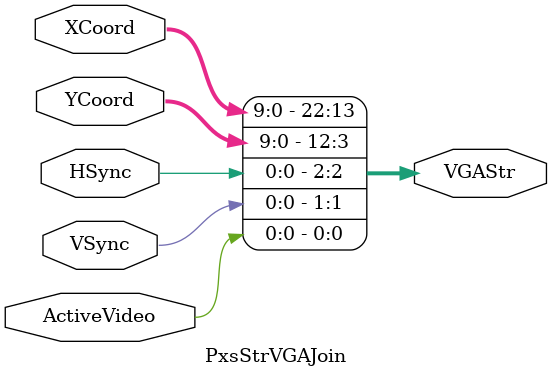
<source format=v>
module PxsStrVGAJoin (          
            input wire      HSync,         // Horizontal sync out
            input wire      VSync,         // Vertical sync out
            input wire [9:0] XCoord,       // ScanX postion
            input wire [9:0] YCoord,       // ScanY position 
            input wire      ActiveVideo,    // active video
            output wire [22:0] VGAStr       // output stream
         );
         
// alias 
`define Active 0:0
`define VS 1:1
`define HS 2:2
`define YC 12:3
`define XC 22:13

    assign VGAStr[`HS]= HSync;
    assign VGAStr[`VS]= VSync;
    assign VGAStr[`Active] = ActiveVideo;
    assign VGAStr[`XC] = XCoord;
    assign VGAStr[`YC] = YCoord;
    
 endmodule

</source>
